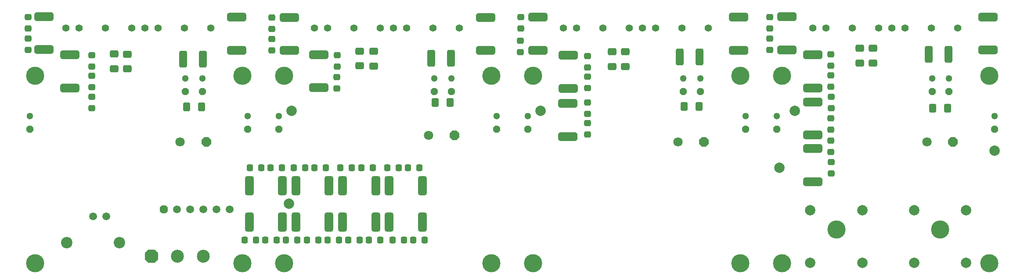
<source format=gbr>
%TF.GenerationSoftware,Altium Limited,Altium Designer,21.6.4 (81)*%
G04 Layer_Color=255*
%FSLAX45Y45*%
%MOMM*%
%TF.SameCoordinates,F44DA2A8-8B11-4439-BB6E-0C3A021B2751*%
%TF.FilePolarity,Positive*%
%TF.FileFunction,Pads,Top*%
%TF.Part,Single*%
G01*
G75*
%TA.AperFunction,SMDPad,CuDef*%
G04:AMPARAMS|DCode=10|XSize=3.7mm|YSize=1.7mm|CornerRadius=0.425mm|HoleSize=0mm|Usage=FLASHONLY|Rotation=90.000|XOffset=0mm|YOffset=0mm|HoleType=Round|Shape=RoundedRectangle|*
%AMROUNDEDRECTD10*
21,1,3.70000,0.85000,0,0,90.0*
21,1,2.85000,1.70000,0,0,90.0*
1,1,0.85000,0.42500,1.42500*
1,1,0.85000,0.42500,-1.42500*
1,1,0.85000,-0.42500,-1.42500*
1,1,0.85000,-0.42500,1.42500*
%
%ADD10ROUNDEDRECTD10*%
G04:AMPARAMS|DCode=11|XSize=1.2mm|YSize=1.3mm|CornerRadius=0.3mm|HoleSize=0mm|Usage=FLASHONLY|Rotation=90.000|XOffset=0mm|YOffset=0mm|HoleType=Round|Shape=RoundedRectangle|*
%AMROUNDEDRECTD11*
21,1,1.20000,0.70000,0,0,90.0*
21,1,0.60000,1.30000,0,0,90.0*
1,1,0.60000,0.35000,0.30000*
1,1,0.60000,0.35000,-0.30000*
1,1,0.60000,-0.35000,-0.30000*
1,1,0.60000,-0.35000,0.30000*
%
%ADD11ROUNDEDRECTD11*%
G04:AMPARAMS|DCode=12|XSize=3.3mm|YSize=1.5mm|CornerRadius=0.375mm|HoleSize=0mm|Usage=FLASHONLY|Rotation=90.000|XOffset=0mm|YOffset=0mm|HoleType=Round|Shape=RoundedRectangle|*
%AMROUNDEDRECTD12*
21,1,3.30000,0.75000,0,0,90.0*
21,1,2.55000,1.50000,0,0,90.0*
1,1,0.75000,0.37500,1.27500*
1,1,0.75000,0.37500,-1.27500*
1,1,0.75000,-0.37500,-1.27500*
1,1,0.75000,-0.37500,1.27500*
%
%ADD12ROUNDEDRECTD12*%
G04:AMPARAMS|DCode=13|XSize=1.2mm|YSize=1.3mm|CornerRadius=0.3mm|HoleSize=0mm|Usage=FLASHONLY|Rotation=180.000|XOffset=0mm|YOffset=0mm|HoleType=Round|Shape=RoundedRectangle|*
%AMROUNDEDRECTD13*
21,1,1.20000,0.70000,0,0,180.0*
21,1,0.60000,1.30000,0,0,180.0*
1,1,0.60000,-0.30000,0.35000*
1,1,0.60000,0.30000,0.35000*
1,1,0.60000,0.30000,-0.35000*
1,1,0.60000,-0.30000,-0.35000*
%
%ADD13ROUNDEDRECTD13*%
G04:AMPARAMS|DCode=14|XSize=3.7mm|YSize=1.7mm|CornerRadius=0.425mm|HoleSize=0mm|Usage=FLASHONLY|Rotation=180.000|XOffset=0mm|YOffset=0mm|HoleType=Round|Shape=RoundedRectangle|*
%AMROUNDEDRECTD14*
21,1,3.70000,0.85000,0,0,180.0*
21,1,2.85000,1.70000,0,0,180.0*
1,1,0.85000,-1.42500,0.42500*
1,1,0.85000,1.42500,0.42500*
1,1,0.85000,1.42500,-0.42500*
1,1,0.85000,-1.42500,-0.42500*
%
%ADD14ROUNDEDRECTD14*%
G04:AMPARAMS|DCode=15|XSize=1.7mm|YSize=1.4mm|CornerRadius=0.35mm|HoleSize=0mm|Usage=FLASHONLY|Rotation=180.000|XOffset=0mm|YOffset=0mm|HoleType=Round|Shape=RoundedRectangle|*
%AMROUNDEDRECTD15*
21,1,1.70000,0.70000,0,0,180.0*
21,1,1.00000,1.40000,0,0,180.0*
1,1,0.70000,-0.50000,0.35000*
1,1,0.70000,0.50000,0.35000*
1,1,0.70000,0.50000,-0.35000*
1,1,0.70000,-0.50000,-0.35000*
%
%ADD15ROUNDEDRECTD15*%
G04:AMPARAMS|DCode=16|XSize=1.7mm|YSize=1.4mm|CornerRadius=0.35mm|HoleSize=0mm|Usage=FLASHONLY|Rotation=90.000|XOffset=0mm|YOffset=0mm|HoleType=Round|Shape=RoundedRectangle|*
%AMROUNDEDRECTD16*
21,1,1.70000,0.70000,0,0,90.0*
21,1,1.00000,1.40000,0,0,90.0*
1,1,0.70000,0.35000,0.50000*
1,1,0.70000,0.35000,-0.50000*
1,1,0.70000,-0.35000,-0.50000*
1,1,0.70000,-0.35000,0.50000*
%
%ADD16ROUNDEDRECTD16*%
%TA.AperFunction,ComponentPad*%
%ADD18C,1.42240*%
%ADD19C,2.00000*%
G04:AMPARAMS|DCode=20|XSize=1.8mm|YSize=1.8mm|CornerRadius=0mm|HoleSize=0mm|Usage=FLASHONLY|Rotation=180.000|XOffset=0mm|YOffset=0mm|HoleType=Round|Shape=Octagon|*
%AMOCTAGOND20*
4,1,8,-0.90000,0.45000,-0.90000,-0.45000,-0.45000,-0.90000,0.45000,-0.90000,0.90000,-0.45000,0.90000,0.45000,0.45000,0.90000,-0.45000,0.90000,-0.90000,0.45000,0.0*
%
%ADD20OCTAGOND20*%

%ADD21C,1.80000*%
%ADD22C,1.50000*%
G04:AMPARAMS|DCode=23|XSize=1.5mm|YSize=1.5mm|CornerRadius=0mm|HoleSize=0mm|Usage=FLASHONLY|Rotation=180.000|XOffset=0mm|YOffset=0mm|HoleType=Round|Shape=Octagon|*
%AMOCTAGOND23*
4,1,8,-0.75000,0.37500,-0.75000,-0.37500,-0.37500,-0.75000,0.37500,-0.75000,0.75000,-0.37500,0.75000,0.37500,0.37500,0.75000,-0.37500,0.75000,-0.75000,0.37500,0.0*
%
%ADD23OCTAGOND23*%

%ADD24C,2.20000*%
G04:AMPARAMS|DCode=25|XSize=1.3mm|YSize=1.3mm|CornerRadius=0mm|HoleSize=0mm|Usage=FLASHONLY|Rotation=270.000|XOffset=0mm|YOffset=0mm|HoleType=Round|Shape=Octagon|*
%AMOCTAGOND25*
4,1,8,-0.32500,-0.65000,0.32500,-0.65000,0.65000,-0.32500,0.65000,0.32500,0.32500,0.65000,-0.32500,0.65000,-0.65000,0.32500,-0.65000,-0.32500,-0.32500,-0.65000,0.0*
%
%ADD25OCTAGOND25*%

%ADD26C,1.30000*%
%ADD27C,3.50000*%
%TA.AperFunction,ViaPad*%
%ADD28C,3.50000*%
%TA.AperFunction,ComponentPad*%
G04:AMPARAMS|DCode=29|XSize=2.5mm|YSize=2.5mm|CornerRadius=0mm|HoleSize=0mm|Usage=FLASHONLY|Rotation=0.000|XOffset=0mm|YOffset=0mm|HoleType=Round|Shape=Octagon|*
%AMOCTAGOND29*
4,1,8,1.25000,-0.62500,1.25000,0.62500,0.62500,1.25000,-0.62500,1.25000,-1.25000,0.62500,-1.25000,-0.62500,-0.62500,-1.25000,0.62500,-1.25000,1.25000,-0.62500,0.0*
%
%ADD29OCTAGOND29*%

%ADD30C,2.50000*%
D10*
X4480000Y-3450000D02*
D03*
X5120000D02*
D03*
X6280000Y-4150000D02*
D03*
X6920000D02*
D03*
X5380000D02*
D03*
X6020000D02*
D03*
X7180000D02*
D03*
X7820000D02*
D03*
Y-3450000D02*
D03*
X7180000D02*
D03*
X5380000D02*
D03*
X6020000D02*
D03*
X5120000Y-4150000D02*
D03*
X4480000D02*
D03*
X6280000Y-3450000D02*
D03*
X6920000D02*
D03*
D11*
X1445260Y-1545100D02*
D03*
Y-1325100D02*
D03*
X1442720Y-926320D02*
D03*
Y-1146320D02*
D03*
X1445260Y-1949740D02*
D03*
Y-1729740D02*
D03*
X11000000Y-2060000D02*
D03*
Y-1840000D02*
D03*
Y-2460000D02*
D03*
Y-2240000D02*
D03*
X15699741Y-3212120D02*
D03*
Y-2992120D02*
D03*
X15697200Y-2794780D02*
D03*
Y-2574780D02*
D03*
X15694659Y-2368840D02*
D03*
Y-2148840D02*
D03*
X15699741Y-1948960D02*
D03*
Y-1728960D02*
D03*
X15697200Y-1537480D02*
D03*
Y-1317480D02*
D03*
X15694659Y-1126000D02*
D03*
Y-906000D02*
D03*
X14516100Y-828820D02*
D03*
Y-608820D02*
D03*
X14513560Y-407180D02*
D03*
Y-187180D02*
D03*
X11000000Y-1560000D02*
D03*
Y-1340000D02*
D03*
Y-1160000D02*
D03*
Y-940000D02*
D03*
X9710420Y-864380D02*
D03*
Y-644380D02*
D03*
X9715500Y-407180D02*
D03*
Y-187180D02*
D03*
X6164580Y-1570500D02*
D03*
Y-1350500D02*
D03*
X6177280Y-1144560D02*
D03*
Y-924560D02*
D03*
X4917440Y-833900D02*
D03*
Y-613900D02*
D03*
Y-415580D02*
D03*
Y-195580D02*
D03*
X216640Y-821140D02*
D03*
Y-601140D02*
D03*
X219180Y-412200D02*
D03*
Y-192200D02*
D03*
D12*
X3583440Y-1000760D02*
D03*
X3203440D02*
D03*
X17579340Y-906780D02*
D03*
X17959340D02*
D03*
X7986260Y-988060D02*
D03*
X8366260D02*
D03*
X12784320Y-962660D02*
D03*
X13164320D02*
D03*
D13*
X5410000Y-4500000D02*
D03*
X5190000D02*
D03*
X5010000D02*
D03*
X4790000D02*
D03*
X4610000D02*
D03*
X4390000D02*
D03*
X5110000Y-3100000D02*
D03*
X4890000D02*
D03*
X4710000D02*
D03*
X4490000D02*
D03*
X6210000Y-4500000D02*
D03*
X5990000D02*
D03*
X7010000D02*
D03*
X6790000D02*
D03*
X6610000D02*
D03*
X6390000D02*
D03*
X5810000D02*
D03*
X5590000D02*
D03*
X7760000Y-3100000D02*
D03*
X7540000D02*
D03*
X7460000Y-4500000D02*
D03*
X7240000D02*
D03*
X7860000D02*
D03*
X7640000D02*
D03*
X7360000Y-3100000D02*
D03*
X7140000D02*
D03*
X5560000D02*
D03*
X5340000D02*
D03*
X5960000D02*
D03*
X5740000D02*
D03*
X6460000D02*
D03*
X6240000D02*
D03*
X6640000D02*
D03*
X6860000D02*
D03*
D14*
X15350000Y-1830000D02*
D03*
Y-2470000D02*
D03*
Y-2730000D02*
D03*
Y-3370000D02*
D03*
X1021080Y-922060D02*
D03*
Y-1562060D02*
D03*
X520700Y-180340D02*
D03*
Y-820340D02*
D03*
X4239260Y-830580D02*
D03*
Y-190580D02*
D03*
X18724879Y-827960D02*
D03*
Y-187960D02*
D03*
X15349220Y-1559480D02*
D03*
Y-919480D02*
D03*
X14843761Y-822880D02*
D03*
Y-182880D02*
D03*
X5252720Y-835660D02*
D03*
Y-195660D02*
D03*
X9042400Y-835660D02*
D03*
Y-195660D02*
D03*
X10623740Y-2501860D02*
D03*
Y-1861860D02*
D03*
X10627360Y-1569640D02*
D03*
Y-929640D02*
D03*
X13911580Y-833080D02*
D03*
Y-193080D02*
D03*
X10045700Y-833080D02*
D03*
Y-193080D02*
D03*
X5821680Y-1556940D02*
D03*
Y-916940D02*
D03*
D15*
X16507460Y-1079760D02*
D03*
Y-794760D02*
D03*
X16256000D02*
D03*
Y-1079760D02*
D03*
X2128520Y-906520D02*
D03*
Y-1191520D02*
D03*
X6611620Y-848360D02*
D03*
Y-1133360D02*
D03*
X6875780Y-1135640D02*
D03*
Y-850640D02*
D03*
X1877060Y-903980D02*
D03*
Y-1188980D02*
D03*
X11732260Y-1145800D02*
D03*
Y-860800D02*
D03*
X11478260D02*
D03*
Y-1145800D02*
D03*
D16*
X17942500Y-1950000D02*
D03*
X17657500D02*
D03*
X8351780Y-1838960D02*
D03*
X8066780D02*
D03*
X3561340Y-1922780D02*
D03*
X3276340D02*
D03*
X13154919Y-1920240D02*
D03*
X12869920D02*
D03*
D18*
X18140680Y-398780D02*
D03*
X17632680D02*
D03*
X17124680D02*
D03*
X16870680D02*
D03*
X16616679D02*
D03*
X16108681D02*
D03*
X15600681D02*
D03*
X15346680D02*
D03*
X13335001D02*
D03*
X12827000D02*
D03*
X12319000D02*
D03*
X12065000D02*
D03*
X11811000D02*
D03*
X11303000D02*
D03*
X10795000D02*
D03*
X10541000D02*
D03*
X3738880D02*
D03*
X3230880D02*
D03*
X2722880D02*
D03*
X2468880D02*
D03*
X2214880D02*
D03*
X1706880D02*
D03*
X1198880D02*
D03*
X944880D02*
D03*
X5737860D02*
D03*
X5991860D02*
D03*
X6499860D02*
D03*
X7007860D02*
D03*
X7261860D02*
D03*
X7515860D02*
D03*
X8023860D02*
D03*
X8531860D02*
D03*
D19*
X14700000Y-3100000D02*
D03*
X15000000Y-2000000D02*
D03*
X18850000Y-2775000D02*
D03*
X10100000Y-2000000D02*
D03*
X5300000D02*
D03*
X18300000Y-3920000D02*
D03*
X17300000D02*
D03*
X18300000Y-4940000D02*
D03*
X17300000D02*
D03*
X16300000Y-3920000D02*
D03*
X15300000D02*
D03*
X16300000Y-4940000D02*
D03*
X15300000D02*
D03*
X5250000Y-3800000D02*
D03*
D20*
X13250000Y-2600000D02*
D03*
X18050000D02*
D03*
X8438960Y-2476500D02*
D03*
X3650000Y-2600000D02*
D03*
D21*
X12750000D02*
D03*
X17550000D02*
D03*
X7938960Y-2476500D02*
D03*
X3150000Y-2600000D02*
D03*
D22*
X4102100Y-3903980D02*
D03*
X3848100D02*
D03*
X3594100D02*
D03*
X3340100D02*
D03*
X3086100D02*
D03*
X1467000Y-4042000D02*
D03*
X1721000D02*
D03*
D23*
X2832100Y-3903980D02*
D03*
D24*
X959000Y-4550000D02*
D03*
X1975000D02*
D03*
D25*
X14650000Y-2354000D02*
D03*
X17650000Y-1629000D02*
D03*
X17975000D02*
D03*
X18850000Y-2354000D02*
D03*
X9850000Y-2354000D02*
D03*
X12850000Y-1629000D02*
D03*
X13175000D02*
D03*
X14050000Y-2354000D02*
D03*
X5050000D02*
D03*
X8050000Y-1629000D02*
D03*
X8375000D02*
D03*
X9250000Y-2354000D02*
D03*
X3250000Y-1629000D02*
D03*
X3575000Y-1629000D02*
D03*
X4450000Y-2354000D02*
D03*
X250000D02*
D03*
D26*
X14650000Y-2100000D02*
D03*
X17650000Y-1375000D02*
D03*
X17975000D02*
D03*
X18850000Y-2100000D02*
D03*
X9850000Y-2100000D02*
D03*
X12850000Y-1375000D02*
D03*
X13175000D02*
D03*
X14050000Y-2100000D02*
D03*
X5050000D02*
D03*
X8050000Y-1375000D02*
D03*
X8375000D02*
D03*
X9250000Y-2100000D02*
D03*
X3250000Y-1375000D02*
D03*
X3575000Y-1375000D02*
D03*
X4450000Y-2100000D02*
D03*
X250000D02*
D03*
D27*
X17800000Y-4300000D02*
D03*
X15800000D02*
D03*
D28*
X18750000Y-1325000D02*
D03*
X14750000D02*
D03*
X13950000Y-1325000D02*
D03*
X9950000D02*
D03*
X9150000D02*
D03*
X5150000D02*
D03*
X4350000Y-1325000D02*
D03*
X18750000Y-4950000D02*
D03*
X4350000D02*
D03*
X14750000Y-4950000D02*
D03*
X5150000Y-4950000D02*
D03*
X9150000D02*
D03*
X350000D02*
D03*
X13950000D02*
D03*
X9950000D02*
D03*
X350000Y-1325000D02*
D03*
D29*
X2597530Y-4814570D02*
D03*
D30*
X3097530D02*
D03*
X3597530D02*
D03*
%TF.MD5,cc7ec5619cd4406bf4401174eca44daf*%
M02*

</source>
